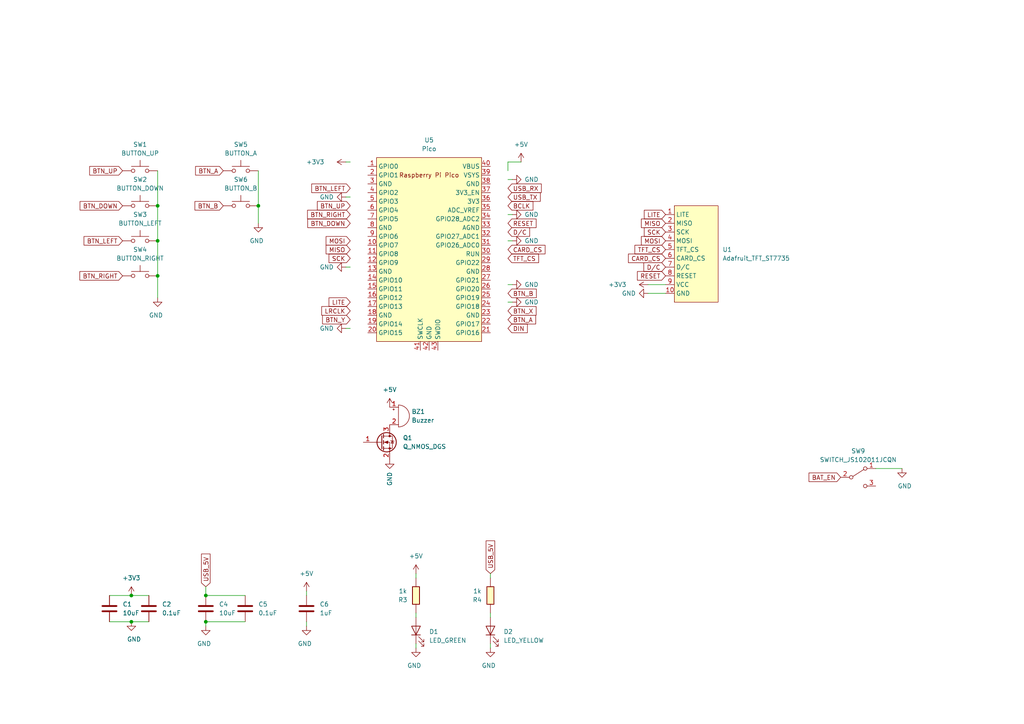
<source format=kicad_sch>
(kicad_sch (version 20211123) (generator eeschema)
  (paper "A4")
  (lib_symbols
    (symbol "Device:Buzzer" (pin_names (offset 0.0254) hide)
      (property "Reference" "BZ" (at 3.81 1.27 0))
      (property "Value" "Buzzer" (at 3.81 -1.27 0))
      (symbol "Buzzer_0_1"
        (arc (start 0 -3.175) (mid 3.175 0) (end 0 3.175))
        (polyline (pts (xy -1.651 1.905) (xy -1.143 1.905)))
        (polyline (pts (xy -1.397 2.159) (xy -1.397 1.651)))
        (polyline (pts (xy 0 3.175) (xy 0 -3.175)))
      )
      (symbol "Buzzer_1_1"
        (pin passive line (at -2.54 2.54 0) (length 2.54) (name "-") (number "1"))
        (pin passive line (at -2.54 -2.54 0) (length 2.54) (name "+") (number "2"))
      )
    )
    (symbol "MCU_RaspberryPi_and_Boards:Pico"
      (property "Reference" "U" (at -13.97 27.94 0))
      (property "Value" "Pico" (at 0 19.05 0))
      (symbol "Pico_0_0"
        (text "Raspberry Pi Pico" (at 0 21.59 0) (effects (font (size 1.27 1.27))))
      )
      (symbol "Pico_0_1"
        (rectangle (start -15.24 26.67) (end 15.24 -26.67) (fill (type background)))
      )
      (symbol "Pico_1_1"
        (pin bidirectional line (at -17.78 24.13 0) (length 2.54) (name "GPIO0") (number "1"))
        (pin bidirectional line (at -17.78 1.27 0) (length 2.54) (name "GPIO7") (number "10"))
        (pin bidirectional line (at -17.78 -1.27 0) (length 2.54) (name "GPIO8") (number "11"))
        (pin bidirectional line (at -17.78 -3.81 0) (length 2.54) (name "GPIO9") (number "12"))
        (pin power_in line (at -17.78 -6.35 0) (length 2.54) (name "GND") (number "13"))
        (pin bidirectional line (at -17.78 -8.89 0) (length 2.54) (name "GPIO10") (number "14"))
        (pin bidirectional line (at -17.78 -11.43 0) (length 2.54) (name "GPIO11") (number "15"))
        (pin bidirectional line (at -17.78 -13.97 0) (length 2.54) (name "GPIO12") (number "16"))
        (pin bidirectional line (at -17.78 -16.51 0) (length 2.54) (name "GPIO13") (number "17"))
        (pin power_in line (at -17.78 -19.05 0) (length 2.54) (name "GND") (number "18"))
        (pin bidirectional line (at -17.78 -21.59 0) (length 2.54) (name "GPIO14") (number "19"))
        (pin bidirectional line (at -17.78 21.59 0) (length 2.54) (name "GPIO1") (number "2"))
        (pin bidirectional line (at -17.78 -24.13 0) (length 2.54) (name "GPIO15") (number "20"))
        (pin bidirectional line (at 17.78 -24.13 180) (length 2.54) (name "GPIO16") (number "21"))
        (pin bidirectional line (at 17.78 -21.59 180) (length 2.54) (name "GPIO17") (number "22"))
        (pin power_in line (at 17.78 -19.05 180) (length 2.54) (name "GND") (number "23"))
        (pin bidirectional line (at 17.78 -16.51 180) (length 2.54) (name "GPIO18") (number "24"))
        (pin bidirectional line (at 17.78 -13.97 180) (length 2.54) (name "GPIO19") (number "25"))
        (pin bidirectional line (at 17.78 -11.43 180) (length 2.54) (name "GPIO20") (number "26"))
        (pin bidirectional line (at 17.78 -8.89 180) (length 2.54) (name "GPIO21") (number "27"))
        (pin power_in line (at 17.78 -6.35 180) (length 2.54) (name "GND") (number "28"))
        (pin bidirectional line (at 17.78 -3.81 180) (length 2.54) (name "GPIO22") (number "29"))
        (pin power_in line (at -17.78 19.05 0) (length 2.54) (name "GND") (number "3"))
        (pin input line (at 17.78 -1.27 180) (length 2.54) (name "RUN") (number "30"))
        (pin bidirectional line (at 17.78 1.27 180) (length 2.54) (name "GPIO26_ADC0") (number "31"))
        (pin bidirectional line (at 17.78 3.81 180) (length 2.54) (name "GPIO27_ADC1") (number "32"))
        (pin power_in line (at 17.78 6.35 180) (length 2.54) (name "AGND") (number "33"))
        (pin bidirectional line (at 17.78 8.89 180) (length 2.54) (name "GPIO28_ADC2") (number "34"))
        (pin power_in line (at 17.78 11.43 180) (length 2.54) (name "ADC_VREF") (number "35"))
        (pin power_in line (at 17.78 13.97 180) (length 2.54) (name "3V3") (number "36"))
        (pin input line (at 17.78 16.51 180) (length 2.54) (name "3V3_EN") (number "37"))
        (pin bidirectional line (at 17.78 19.05 180) (length 2.54) (name "GND") (number "38"))
        (pin power_in line (at 17.78 21.59 180) (length 2.54) (name "VSYS") (number "39"))
        (pin bidirectional line (at -17.78 16.51 0) (length 2.54) (name "GPIO2") (number "4"))
        (pin power_in line (at 17.78 24.13 180) (length 2.54) (name "VBUS") (number "40"))
        (pin input line (at -2.54 -29.21 90) (length 2.54) (name "SWCLK") (number "41"))
        (pin power_in line (at 0 -29.21 90) (length 2.54) (name "GND") (number "42"))
        (pin bidirectional line (at 2.54 -29.21 90) (length 2.54) (name "SWDIO") (number "43"))
        (pin bidirectional line (at -17.78 13.97 0) (length 2.54) (name "GPIO3") (number "5"))
        (pin bidirectional line (at -17.78 11.43 0) (length 2.54) (name "GPIO4") (number "6"))
        (pin bidirectional line (at -17.78 8.89 0) (length 2.54) (name "GPIO5") (number "7"))
        (pin power_in line (at -17.78 6.35 0) (length 2.54) (name "GND") (number "8"))
        (pin bidirectional line (at -17.78 3.81 0) (length 2.54) (name "GPIO6") (number "9"))
      )
    )
    (symbol "fab:BUTTON_B3SN" (pin_numbers hide) (pin_names (offset 1.016) hide)
      (property "Reference" "SW" (at 1.27 2.54 0))
      (property "Value" "BUTTON_B3SN" (at 0 -1.524 0))
      (symbol "BUTTON_B3SN_0_1"
        (circle (center -2.032 0) (radius 0.508))
        (polyline (pts (xy 0 1.27) (xy 0 3.048)))
        (polyline (pts (xy 2.54 1.27) (xy -2.54 1.27)))
        (circle (center 2.032 0) (radius 0.508))
        (pin passive line (at -5.08 0 0) (length 2.54) (name "1") (number "1"))
        (pin passive line (at 5.08 0 180) (length 2.54) (name "2") (number "2"))
      )
    )
    (symbol "fab:C" (pin_numbers hide) (pin_names (offset 0.254))
      (property "Reference" "C" (at 0.635 2.54 0))
      (property "Value" "C" (at 0.635 -2.54 0))
      (symbol "C_0_1"
        (polyline (pts (xy -2.032 -0.762) (xy 2.032 -0.762)) (stroke (width 0.508)))
        (polyline (pts (xy -2.032 0.762) (xy 2.032 0.762)) (stroke (width 0.508)))
      )
      (symbol "C_1_1"
        (pin passive line (at 0 3.81 270) (length 2.794) (name "~") (number "1"))
        (pin passive line (at 0 -3.81 90) (length 2.794) (name "~") (number "2"))
      )
    )
    (symbol "fab:LED_1206" (pin_numbers hide) (pin_names (offset 1.016) hide)
      (property "Reference" "D" (at 0 2.54 0))
      (property "Value" "LED_1206" (at 0 -2.54 0))
      (symbol "LED_1206_0_1"
        (polyline (pts (xy -1.27 -1.27) (xy -1.27 1.27)) (stroke (width 0.2032)))
        (polyline (pts (xy -1.27 0) (xy 1.27 0)))
        (polyline (pts (xy 1.27 -1.27) (xy 1.27 1.27) (xy -1.27 0) (xy 1.27 -1.27)) (stroke (width 0.2032)))
        (polyline (pts (xy -3.048 -0.762) (xy -4.572 -2.286) (xy -3.81 -2.286) (xy -4.572 -2.286) (xy -4.572 -1.524)))
        (polyline (pts (xy -1.778 -0.762) (xy -3.302 -2.286) (xy -2.54 -2.286) (xy -3.302 -2.286) (xy -3.302 -1.524)))
      )
      (symbol "LED_1206_1_1"
        (pin passive line (at -3.81 0 0) (length 2.54) (name "K") (number "1"))
        (pin passive line (at 3.81 0 180) (length 2.54) (name "A") (number "2"))
      )
    )
    (symbol "fab:Power_+3V3" (power) (pin_names (offset 0))
      (property "Value" "Power_+3V3" (at 0 3.556 0))
      (symbol "Power_+3V3_0_1"
        (polyline (pts (xy -0.762 1.27) (xy 0 2.54)))
        (polyline (pts (xy 0 0) (xy 0 2.54)))
        (polyline (pts (xy 0 2.54) (xy 0.762 1.27)))
      )
      (symbol "Power_+3V3_1_1"
        (pin power_in line (at 0 0 90) (length 0) hide (name "+3V3") (number "1"))
      )
    )
    (symbol "fab:Power_+5V" (power) (pin_names (offset 0))
      (property "Value" "Power_+5V" (at 0 3.556 0))
      (symbol "Power_+5V_0_1"
        (polyline (pts (xy -0.762 1.27) (xy 0 2.54)))
        (polyline (pts (xy 0 0) (xy 0 2.54)))
        (polyline (pts (xy 0 2.54) (xy 0.762 1.27)))
      )
      (symbol "Power_+5V_1_1"
        (pin power_in line (at 0 0 90) (length 0) hide (name "+5V") (number "1"))
      )
    )
    (symbol "fab:Power_GND" (power) (pin_names (offset 0))
      (property "Value" "Power_GND" (at 0 -3.81 0))
      (symbol "Power_GND_0_1"
        (polyline (pts (xy 0 0) (xy 0 -1.27) (xy 1.27 -1.27) (xy 0 -2.54) (xy -1.27 -1.27) (xy 0 -1.27)))
      )
      (symbol "Power_GND_1_1"
        (pin power_in line (at 0 0 270) (length 0) hide (name "GND") (number "1"))
      )
    )
    (symbol "fab:R_1206" (pin_numbers hide) (pin_names (offset 0))
      (property "Reference" "R" (at 2.54 0 90))
      (property "Value" "R_1206" (at -2.54 0 90))
      (symbol "R_1206_0_1"
        (rectangle (start -1.016 -2.54) (end 1.016 2.54) (stroke (width 0.254)) (fill (type background)))
      )
      (symbol "R_1206_1_1"
        (pin passive line (at 0 5.08 270) (length 2.54) (name "~") (number "1"))
        (pin passive line (at 0 -5.08 90) (length 2.54) (name "~") (number "2"))
      )
    )
    (symbol "fab:SWITCH_JS102011JCQN" (pin_names (offset 0) hide)
      (property "Reference" "SW" (at 0 4.318 0))
      (property "Value" "SWITCH_JS102011JCQN" (at 0 -5.08 0))
      (symbol "SWITCH_JS102011JCQN_0_0"
        (circle (center -2.032 0) (radius 0.508))
        (circle (center 2.032 -2.54) (radius 0.508))
      )
      (symbol "SWITCH_JS102011JCQN_0_1"
        (polyline (pts (xy -1.524 0.254) (xy 1.651 2.286)))
        (circle (center 2.032 2.54) (radius 0.508))
      )
      (symbol "SWITCH_JS102011JCQN_1_1"
        (pin passive line (at 5.08 2.54 180) (length 2.54) (name "A") (number "1"))
        (pin passive line (at -5.08 0 0) (length 2.54) (name "B") (number "2"))
        (pin passive line (at 5.08 -2.54 180) (length 2.54) (name "C") (number "3"))
      )
    )
    (symbol "fab_custom:Adafruit_TFT_ST7735"
      (property "Reference" "U1" (at 7.62 1.2701 0))
      (property "Value" "Adafruit_TFT_ST7735" (at 7.62 -1.2699 0))
      (symbol "Adafruit_TFT_ST7735_0_1"
        (rectangle (start -6.35 13.97) (end 6.35 -13.97) (fill (type background)))
      )
      (symbol "Adafruit_TFT_ST7735_1_1"
        (pin input line (at -8.89 11.43 0) (length 2.54) (name "LITE") (number "1"))
        (pin power_in line (at -8.89 -11.43 0) (length 2.54) (name "GND") (number "10"))
        (pin output line (at -8.89 8.89 0) (length 2.54) (name "MISO") (number "2"))
        (pin input line (at -8.89 6.35 0) (length 2.54) (name "SCK") (number "3"))
        (pin input line (at -8.89 3.81 0) (length 2.54) (name "MOSI") (number "4"))
        (pin input line (at -8.89 1.27 0) (length 2.54) (name "TFT_CS") (number "5"))
        (pin input line (at -8.89 -1.27 0) (length 2.54) (name "CARD_CS") (number "6"))
        (pin input line (at -8.89 -3.81 0) (length 2.54) (name "D/C") (number "7"))
        (pin input line (at -8.89 -6.35 0) (length 2.54) (name "RESET") (number "8"))
        (pin power_in line (at -8.89 -8.89 0) (length 2.54) (name "VCC") (number "9"))
      )
    )
    (symbol "raspi:Q_NMOS_DGS" (pin_names (offset 0) hide)
      (property "Reference" "Q?" (at 6.35 1.2701 0))
      (property "Value" "Q_NMOS_DGS" (at 6.35 -1.2699 0))
      (symbol "Q_NMOS_DGS_0_1"
        (polyline (pts (xy 0.254 0) (xy -2.54 0)))
        (polyline (pts (xy 0.254 1.905) (xy 0.254 -1.905)) (stroke (width 0.254)))
        (polyline (pts (xy 0.762 -1.27) (xy 0.762 -2.286)) (stroke (width 0.254)))
        (polyline (pts (xy 0.762 0.508) (xy 0.762 -0.508)) (stroke (width 0.254)))
        (polyline (pts (xy 0.762 2.286) (xy 0.762 1.27)) (stroke (width 0.254)))
        (polyline (pts (xy 2.54 2.54) (xy 2.54 1.778)))
        (polyline (pts (xy 2.54 -2.54) (xy 2.54 0) (xy 0.762 0)))
        (polyline (pts (xy 0.762 -1.778) (xy 3.302 -1.778) (xy 3.302 1.778) (xy 0.762 1.778)))
        (polyline (pts (xy 1.016 0) (xy 2.032 0.381) (xy 2.032 -0.381) (xy 1.016 0)) (fill (type outline)))
        (polyline (pts (xy 2.794 0.508) (xy 2.921 0.381) (xy 3.683 0.381) (xy 3.81 0.254)))
        (polyline (pts (xy 3.302 0.381) (xy 2.921 -0.254) (xy 3.683 -0.254) (xy 3.302 0.381)))
        (circle (center 1.651 0) (radius 2.794) (stroke (width 0.254)))
        (circle (center 2.54 -1.778) (radius 0.254) (fill (type outline)))
        (circle (center 2.54 1.778) (radius 0.254) (fill (type outline)))
      )
      (symbol "Q_NMOS_DGS_1_1"
        (pin input line (at -5.08 0 0) (length 2.54) (name "G") (number "1"))
        (pin passive line (at 2.54 -5.08 90) (length 2.54) (name "S") (number "2"))
        (pin passive line (at 2.54 5.08 270) (length 2.54) (name "D") (number "3"))
      )
    )
  )
  (junction (at 38.1 172.72))
  (junction (at 59.69 180.34))
  (junction (at 45.72 59.69))
  (junction (at 45.72 69.85))
  (junction (at 38.1 180.34))
  (junction (at 59.69 172.72))
  (junction (at 74.93 59.69))
  (junction (at 45.72 80.01))
  (wire (pts (xy 254 135.89) (xy 261.62 135.89)))
  (wire (pts (xy 187.96 82.55) (xy 193.04 82.55)))
  (wire (pts (xy 38.1 180.34) (xy 43.18 180.34)))
  (wire (pts (xy 45.72 69.85) (xy 45.72 80.01)))
  (wire (pts (xy 148.59 62.23) (xy 147.32 62.23)))
  (wire (pts (xy 59.69 180.34) (xy 71.12 180.34)))
  (wire (pts (xy 148.59 82.55) (xy 147.32 82.55)))
  (wire (pts (xy 74.93 59.69) (xy 74.93 64.77)))
  (wire (pts (xy 120.65 166.37) (xy 120.65 167.64)))
  (wire (pts (xy 142.24 166.37) (xy 142.24 167.64)))
  (wire (pts (xy 147.32 46.99) (xy 147.32 49.53)))
  (wire (pts (xy 100.33 95.25) (xy 101.6 95.25)))
  (wire (pts (xy 45.72 80.01) (xy 45.72 86.36)))
  (wire (pts (xy 120.65 187.96) (xy 120.65 186.69)))
  (wire (pts (xy 151.13 46.99) (xy 147.32 46.99)))
  (wire (pts (xy 31.75 180.34) (xy 38.1 180.34)))
  (wire (pts (xy 142.24 177.8) (xy 142.24 179.07)))
  (wire (pts (xy 100.33 46.99) (xy 101.6 46.99)))
  (wire (pts (xy 148.59 87.63) (xy 147.32 87.63)))
  (wire (pts (xy 59.69 170.18) (xy 59.69 172.72)))
  (wire (pts (xy 59.69 172.72) (xy 71.12 172.72)))
  (wire (pts (xy 120.65 177.8) (xy 120.65 179.07)))
  (wire (pts (xy 45.72 59.69) (xy 45.72 69.85)))
  (wire (pts (xy 88.9 181.61) (xy 88.9 180.34)))
  (wire (pts (xy 38.1 172.72) (xy 31.75 172.72)))
  (wire (pts (xy 45.72 49.53) (xy 45.72 59.69)))
  (wire (pts (xy 148.59 52.07) (xy 147.32 52.07)))
  (wire (pts (xy 59.69 181.61) (xy 59.69 180.34)))
  (wire (pts (xy 187.96 85.09) (xy 193.04 85.09)))
  (wire (pts (xy 38.1 172.72) (xy 43.18 172.72)))
  (wire (pts (xy 142.24 187.96) (xy 142.24 186.69)))
  (wire (pts (xy 100.33 57.15) (xy 101.6 57.15)))
  (wire (pts (xy 88.9 171.45) (xy 88.9 172.72)))
  (wire (pts (xy 100.33 77.47) (xy 101.6 77.47)))
  (wire (pts (xy 74.93 49.53) (xy 74.93 59.69)))
  (wire (pts (xy 148.59 69.85) (xy 147.32 69.85)))
  (global_label "BTN_UP" (shape input) (at 35.56 49.53 180) (property "Intersheet References" "${INTERSHEET_REFS}" (effects hide)))
  (global_label "BTN_Y" (shape input) (at 101.6 92.71 180) (property "Intersheet References" "${INTERSHEET_REFS}" (effects hide)))
  (global_label "BTN_DOWN" (shape input) (at 35.56 59.69 180) (property "Intersheet References" "${INTERSHEET_REFS}" (effects hide)))
  (global_label "USB_RX" (shape input) (at 147.32 54.61 0) (property "Intersheet References" "${INTERSHEET_REFS}" (effects hide)))
  (global_label "D{slash}C" (shape input) (at 193.04 77.47 180) (property "Intersheet References" "${INTERSHEET_REFS}" (effects hide)))
  (global_label "BTN_UP" (shape input) (at 101.6 59.69 180) (property "Intersheet References" "${INTERSHEET_REFS}" (effects hide)))
  (global_label "CARD_CS" (shape input) (at 193.04 74.93 180) (property "Intersheet References" "${INTERSHEET_REFS}" (effects hide)))
  (global_label "USB_5V" (shape input) (at 142.24 166.37 90) (property "Intersheet References" "${INTERSHEET_REFS}" (effects hide)))
  (global_label "USB_5V" (shape input) (at 59.69 170.18 90) (property "Intersheet References" "${INTERSHEET_REFS}" (effects hide)))
  (global_label "BTN_X" (shape input) (at 147.32 90.17 0) (property "Intersheet References" "${INTERSHEET_REFS}" (effects hide)))
  (global_label "MISO" (shape input) (at 193.04 64.77 180) (property "Intersheet References" "${INTERSHEET_REFS}" (effects hide)))
  (global_label "BTN_RIGHT" (shape input) (at 35.56 80.01 180) (property "Intersheet References" "${INTERSHEET_REFS}" (effects hide)))
  (global_label "MOSI" (shape input) (at 193.04 69.85 180) (property "Intersheet References" "${INTERSHEET_REFS}" (effects hide)))
  (global_label "BTN_LEFT" (shape input) (at 101.6 54.61 180) (property "Intersheet References" "${INTERSHEET_REFS}" (effects hide)))
  (global_label "LITE" (shape input) (at 101.6 87.63 180) (property "Intersheet References" "${INTERSHEET_REFS}" (effects hide)))
  (global_label "USB_TX" (shape input) (at 147.32 57.15 0) (property "Intersheet References" "${INTERSHEET_REFS}" (effects hide)))
  (global_label "BAT_EN" (shape input) (at 243.84 138.43 180) (property "Intersheet References" "${INTERSHEET_REFS}" (effects hide)))
  (global_label "BCLK" (shape input) (at 147.32 59.69 0) (property "Intersheet References" "${INTERSHEET_REFS}" (effects hide)))
  (global_label "DIN" (shape input) (at 147.32 95.25 0) (property "Intersheet References" "${INTERSHEET_REFS}" (effects hide)))
  (global_label "MOSI" (shape input) (at 101.6 69.85 180) (property "Intersheet References" "${INTERSHEET_REFS}" (effects hide)))
  (global_label "LRCLK" (shape input) (at 101.6 90.17 180) (property "Intersheet References" "${INTERSHEET_REFS}" (effects hide)))
  (global_label "SCK" (shape input) (at 101.6 74.93 180) (property "Intersheet References" "${INTERSHEET_REFS}" (effects hide)))
  (global_label "BTN_A" (shape input) (at 64.77 49.53 180) (property "Intersheet References" "${INTERSHEET_REFS}" (effects hide)))
  (global_label "BTN_B" (shape input) (at 64.77 59.69 180) (property "Intersheet References" "${INTERSHEET_REFS}" (effects hide)))
  (global_label "TFT_CS" (shape input) (at 193.04 72.39 180) (property "Intersheet References" "${INTERSHEET_REFS}" (effects hide)))
  (global_label "BTN_RIGHT" (shape input) (at 101.6 62.23 180) (property "Intersheet References" "${INTERSHEET_REFS}" (effects hide)))
  (global_label "RESET" (shape input) (at 193.04 80.01 180) (property "Intersheet References" "${INTERSHEET_REFS}" (effects hide)))
  (global_label "TFT_CS" (shape input) (at 147.32 74.93 0) (property "Intersheet References" "${INTERSHEET_REFS}" (effects hide)))
  (global_label "MISO" (shape input) (at 101.6 72.39 180) (property "Intersheet References" "${INTERSHEET_REFS}" (effects hide)))
  (global_label "D{slash}C" (shape input) (at 147.32 67.31 0) (property "Intersheet References" "${INTERSHEET_REFS}" (effects hide)))
  (global_label "LITE" (shape input) (at 193.04 62.23 180) (property "Intersheet References" "${INTERSHEET_REFS}" (effects hide)))
  (global_label "BTN_B" (shape input) (at 147.32 85.09 0) (property "Intersheet References" "${INTERSHEET_REFS}" (effects hide)))
  (global_label "BTN_A" (shape input) (at 147.32 92.71 0) (property "Intersheet References" "${INTERSHEET_REFS}" (effects hide)))
  (global_label "SCK" (shape input) (at 193.04 67.31 180) (property "Intersheet References" "${INTERSHEET_REFS}" (effects hide)))
  (global_label "CARD_CS" (shape input) (at 147.32 72.39 0) (property "Intersheet References" "${INTERSHEET_REFS}" (effects hide)))
  (global_label "RESET" (shape input) (at 147.32 64.77 0) (property "Intersheet References" "${INTERSHEET_REFS}" (effects hide)))
  (global_label "BTN_LEFT" (shape input) (at 35.56 69.85 180) (property "Intersheet References" "${INTERSHEET_REFS}" (effects hide)))
  (global_label "BTN_DOWN" (shape input) (at 101.6 64.77 180) (property "Intersheet References" "${INTERSHEET_REFS}" (effects hide)))
  (symbol (lib_id "fab:SWITCH_JS102011JCQN") (at 248.92 138.43 0) (unit 1)
    (property "Reference" "SW9" (at 248.92 130.81 0))
    (property "Value" "SWITCH_JS102011JCQN" (at 248.92 133.35 0))
    (property "Footprint" "fab:Switch_SPDT_C&K_JS102011JCQN_9x3.6mm_P2.5mm" (effects hide))
    (property "Datasheet" "https://www.ckswitches.com/media/1422/js.pdf" (effects hide))
  )
  (symbol (lib_id "fab:BUTTON_B3SN") (at 40.64 49.53 0) (unit 1)
    (property "Reference" "SW1" (at 40.64 41.91 0))
    (property "Value" "BUTTON_UP" (at 40.64 44.45 0))
    (property "Footprint" "fab:Button_Omron_B3SN_6x6mm" (effects hide))
    (property "Datasheet" "https://omronfs.omron.com/en_US/ecb/products/pdf/en-b3sn.pdf" (effects hide))
  )
  (symbol (lib_id "fab:Power_GND") (at 45.72 86.36 0) (unit 1)
    (property "Reference" "#PWR0114" (effects hide))
    (property "Value" "GND" (at 43.18 91.44 0) (effects (justify left)))
  )
  (symbol (lib_id "fab:Power_GND") (at 148.59 69.85 90) (unit 1)
    (property "Reference" "#PWR0110" (effects hide))
    (property "Value" "GND" (at 156.21 69.85 90) (effects (justify left)))
  )
  (symbol (lib_id "fab:Power_+3V3") (at 38.1 172.72 0) (unit 1)
    (property "Reference" "#PWR0118" (effects hide))
    (property "Value" "Power_+3V3" (at 38.1 167.64 0))
  )
  (symbol (lib_id "fab:Power_GND") (at 100.33 57.15 270) (unit 1)
    (property "Reference" "#PWR0102" (effects hide))
    (property "Value" "GND" (at 92.71 57.15 90) (effects (justify left)))
  )
  (symbol (lib_id "fab:Power_GND") (at 148.59 62.23 90) (unit 1)
    (property "Reference" "#PWR0109" (effects hide))
    (property "Value" "GND" (at 156.21 62.23 90) (effects (justify left)))
  )
  (symbol (lib_id "fab:R_1206") (at 142.24 172.72 0) (unit 1)
    (property "Reference" "R4" (at 138.43 173.99 0))
    (property "Value" "1k" (at 138.43 171.45 0))
    (property "Footprint" "fab:R_1206" (effects hide))
  )
  (symbol (lib_id "fab:Power_GND") (at 113.03 133.35 0) (unit 1)
    (property "Reference" "#PWR0115" (effects hide))
    (property "Value" "GND" (at 113.03 140.97 90) (effects (justify left)))
  )
  (symbol (lib_id "fab:Power_+5V") (at 113.03 118.11 0) (unit 1)
    (property "Reference" "#PWR0116" (effects hide))
    (property "Value" "Power_+5V" (at 113.03 113.03 0))
  )
  (symbol (lib_id "fab:Power_GND") (at 148.59 87.63 90) (unit 1)
    (property "Reference" "#PWR0112" (effects hide))
    (property "Value" "GND" (at 156.21 87.63 90) (effects (justify left)))
  )
  (symbol (lib_id "fab:R_1206") (at 120.65 172.72 0) (unit 1)
    (property "Reference" "R3" (at 116.84 173.99 0))
    (property "Value" "1k" (at 116.84 171.45 0))
    (property "Footprint" "fab:R_1206" (effects hide))
  )
  (symbol (lib_id "fab:C") (at 71.12 176.53 0) (unit 1)
    (property "Reference" "C5" (at 74.93 175.2599 0) (effects (justify left)))
    (property "Value" "0.1uF" (at 74.93 177.7999 0) (effects (justify left)))
    (property "Footprint" "fab:C_1206" (effects hide))
  )
  (symbol (lib_id "fab:Power_GND") (at 59.69 181.61 0) (unit 1)
    (property "Reference" "#PWR0128" (effects hide))
    (property "Value" "GND" (at 57.15 186.69 0) (effects (justify left)))
  )
  (symbol (lib_id "fab:LED_1206") (at 142.24 182.88 90) (unit 1)
    (property "Reference" "D2" (at 146.05 183.2101 90) (effects (justify right)))
    (property "Value" "LED_YELLOW" (at 146.05 185.7501 90) (effects (justify right)))
    (property "Footprint" "fab:LED_1206" (effects hide))
    (property "Datasheet" "https://optoelectronics.liteon.com/upload/download/DS-22-98-0002/LTST-C150CKT.pdf" (effects hide))
  )
  (symbol (lib_id "fab:LED_1206") (at 120.65 182.88 90) (unit 1)
    (property "Reference" "D1" (at 124.46 183.2101 90) (effects (justify right)))
    (property "Value" "LED_GREEN" (at 124.46 185.7501 90) (effects (justify right)))
    (property "Footprint" "fab:LED_1206" (effects hide))
    (property "Datasheet" "https://optoelectronics.liteon.com/upload/download/DS-22-98-0002/LTST-C150CKT.pdf" (effects hide))
  )
  (symbol (lib_id "fab:Power_GND") (at 142.24 187.96 0) (unit 1)
    (property "Reference" "#PWR0133" (effects hide))
    (property "Value" "GND" (at 139.7 193.04 0) (effects (justify left)))
  )
  (symbol (lib_id "fab:Power_+5V") (at 88.9 171.45 0) (unit 1)
    (property "Reference" "#PWR0130" (effects hide))
    (property "Value" "Power_+5V" (at 88.9 166.37 0))
  )
  (symbol (lib_id "fab:Power_GND") (at 38.1 180.34 0) (unit 1)
    (property "Reference" "#PWR0119" (effects hide))
    (property "Value" "GND" (at 36.83 185.42 0) (effects (justify left)))
  )
  (symbol (lib_id "fab:Power_GND") (at 74.93 64.77 0) (unit 1)
    (property "Reference" "#PWR0113" (effects hide))
    (property "Value" "GND" (at 72.39 69.85 0) (effects (justify left)))
  )
  (symbol (lib_id "fab:Power_GND") (at 261.62 135.89 0) (unit 1)
    (property "Reference" "#PWR0124" (effects hide))
    (property "Value" "GND" (at 260.35 140.97 0) (effects (justify left)))
  )
  (symbol (lib_id "fab:Power_GND") (at 148.59 82.55 90) (unit 1)
    (property "Reference" "#PWR0111" (effects hide))
    (property "Value" "GND" (at 156.21 82.55 90) (effects (justify left)))
  )
  (symbol (lib_id "Device:Buzzer") (at 115.57 120.65 0) (unit 1)
    (property "Reference" "BZ1" (at 119.38 119.3799 0) (effects (justify left)))
    (property "Value" "Buzzer" (at 119.38 121.9199 0) (effects (justify left)))
    (property "Footprint" "Buzzer_Beeper:Buzzer_12x9.5RM7.6" (effects hide))
  )
  (symbol (lib_id "fab:BUTTON_B3SN") (at 40.64 59.69 0) (unit 1)
    (property "Reference" "SW2" (at 40.64 52.07 0))
    (property "Value" "BUTTON_DOWN" (at 40.64 54.61 0))
    (property "Footprint" "fab:Button_Omron_B3SN_6x6mm" (effects hide))
    (property "Datasheet" "https://omronfs.omron.com/en_US/ecb/products/pdf/en-b3sn.pdf" (effects hide))
  )
  (symbol (lib_id "fab:Power_GND") (at 120.65 187.96 0) (unit 1)
    (property "Reference" "#PWR0132" (effects hide))
    (property "Value" "GND" (at 118.11 193.04 0) (effects (justify left)))
  )
  (symbol (lib_id "fab:C") (at 59.69 176.53 0) (unit 1)
    (property "Reference" "C4" (at 63.5 175.2599 0) (effects (justify left)))
    (property "Value" "10uF" (at 63.5 177.7999 0) (effects (justify left)))
    (property "Footprint" "fab:C_1206" (effects hide))
  )
  (symbol (lib_id "fab:Power_+3V3") (at 187.96 82.55 90) (unit 1)
    (property "Reference" "#PWR0103" (effects hide))
    (property "Value" "Power_+3V3" (at 179.07 82.55 90))
  )
  (symbol (lib_id "fab:Power_GND") (at 148.59 52.07 90) (unit 1)
    (property "Reference" "#PWR0108" (effects hide))
    (property "Value" "GND" (at 156.21 52.07 90) (effects (justify left)))
  )
  (symbol (lib_id "fab:Power_GND") (at 100.33 77.47 270) (unit 1)
    (property "Reference" "#PWR0107" (effects hide))
    (property "Value" "GND" (at 92.71 77.47 90) (effects (justify left)))
  )
  (symbol (lib_id "fab:Power_+5V") (at 120.65 166.37 0) (unit 1)
    (property "Reference" "#PWR0131" (effects hide))
    (property "Value" "Power_+5V" (at 120.65 161.29 0))
  )
  (symbol (lib_id "fab:BUTTON_B3SN") (at 69.85 49.53 0) (unit 1)
    (property "Reference" "SW5" (at 69.85 41.91 0))
    (property "Value" "BUTTON_A" (at 69.85 44.45 0))
    (property "Footprint" "fab:Button_Omron_B3SN_6x6mm" (effects hide))
    (property "Datasheet" "https://omronfs.omron.com/en_US/ecb/products/pdf/en-b3sn.pdf" (effects hide))
  )
  (symbol (lib_id "fab:Power_+3V3") (at 100.33 46.99 90) (unit 1)
    (property "Reference" "#PWR0101" (effects hide))
    (property "Value" "Power_+3V3" (at 91.44 46.99 90))
  )
  (symbol (lib_id "fab_custom:Adafruit_TFT_ST7735") (at 201.93 73.66 0) (unit 1)
    (property "Reference" "U1" (at 209.55 72.3899 0) (effects (justify left)))
    (property "Value" "Adafruit_TFT_ST7735" (at 209.55 74.9299 0) (effects (justify left)))
    (property "Footprint" "fab:Adafruit_TFT_ST7735" (effects hide))
  )
  (symbol (lib_id "fab:Power_GND") (at 187.96 85.09 270) (unit 1)
    (property "Reference" "#PWR0104" (effects hide))
    (property "Value" "GND" (at 180.34 85.09 90) (effects (justify left)))
  )
  (symbol (lib_id "MCU_RaspberryPi_and_Boards:Pico") (at 124.46 72.39 0) (unit 1)
    (property "Reference" "U5" (at 124.46 40.64 0))
    (property "Value" "Pico" (at 124.46 43.18 0))
    (property "Footprint" "raspi:RPi_Pico_TH" (effects hide))
  )
  (symbol (lib_id "fab:Power_+5V") (at 151.13 46.99 0) (unit 1)
    (property "Reference" "#PWR0105" (effects hide))
    (property "Value" "Power_+5V" (at 151.13 41.91 0))
  )
  (symbol (lib_id "fab:BUTTON_B3SN") (at 40.64 69.85 0) (unit 1)
    (property "Reference" "SW3" (at 40.64 62.23 0))
    (property "Value" "BUTTON_LEFT" (at 40.64 64.77 0))
    (property "Footprint" "fab:Button_Omron_B3SN_6x6mm" (effects hide))
    (property "Datasheet" "https://omronfs.omron.com/en_US/ecb/products/pdf/en-b3sn.pdf" (effects hide))
  )
  (symbol (lib_id "fab:C") (at 88.9 176.53 0) (unit 1)
    (property "Reference" "C6" (at 92.71 175.2599 0) (effects (justify left)))
    (property "Value" "1uF" (at 92.71 177.7999 0) (effects (justify left)))
    (property "Footprint" "fab:C_1206" (effects hide))
  )
  (symbol (lib_id "raspi:Q_NMOS_DGS") (at 110.49 128.27 0) (unit 1)
    (property "Reference" "Q1" (at 116.84 126.9999 0) (effects (justify left)))
    (property "Value" "Q_NMOS_DGS" (at 116.84 129.5399 0) (effects (justify left)))
    (property "Footprint" "Package_TO_SOT_SMD:SOT-23" (effects hide))
  )
  (symbol (lib_id "fab:C") (at 43.18 176.53 0) (unit 1)
    (property "Reference" "C2" (at 46.99 175.2599 0) (effects (justify left)))
    (property "Value" "0.1uF" (at 46.99 177.7999 0) (effects (justify left)))
    (property "Footprint" "fab:C_1206" (effects hide))
  )
  (symbol (lib_id "fab:Power_GND") (at 100.33 95.25 270) (unit 1)
    (property "Reference" "#PWR0106" (effects hide))
    (property "Value" "GND" (at 92.71 95.25 90) (effects (justify left)))
  )
  (symbol (lib_id "fab:Power_GND") (at 88.9 181.61 0) (unit 1)
    (property "Reference" "#PWR0129" (effects hide))
    (property "Value" "GND" (at 86.36 186.69 0) (effects (justify left)))
  )
  (symbol (lib_id "fab:BUTTON_B3SN") (at 69.85 59.69 0) (unit 1)
    (property "Reference" "SW6" (at 69.85 52.07 0))
    (property "Value" "BUTTON_B" (at 69.85 54.61 0))
    (property "Footprint" "fab:Button_Omron_B3SN_6x6mm" (effects hide))
    (property "Datasheet" "https://omronfs.omron.com/en_US/ecb/products/pdf/en-b3sn.pdf" (effects hide))
  )
  (symbol (lib_id "fab:C") (at 31.75 176.53 0) (unit 1)
    (property "Reference" "C1" (at 35.56 175.2599 0) (effects (justify left)))
    (property "Value" "10uF" (at 35.56 177.7999 0) (effects (justify left)))
    (property "Footprint" "fab:C_1206" (effects hide))
  )
  (symbol (lib_id "fab:BUTTON_B3SN") (at 40.64 80.01 0) (unit 1)
    (property "Reference" "SW4" (at 40.64 72.39 0))
    (property "Value" "BUTTON_RIGHT" (at 40.64 74.93 0))
    (property "Footprint" "fab:Button_Omron_B3SN_6x6mm" (effects hide))
    (property "Datasheet" "https://omronfs.omron.com/en_US/ecb/products/pdf/en-b3sn.pdf" (effects hide))
  )
)
</source>
